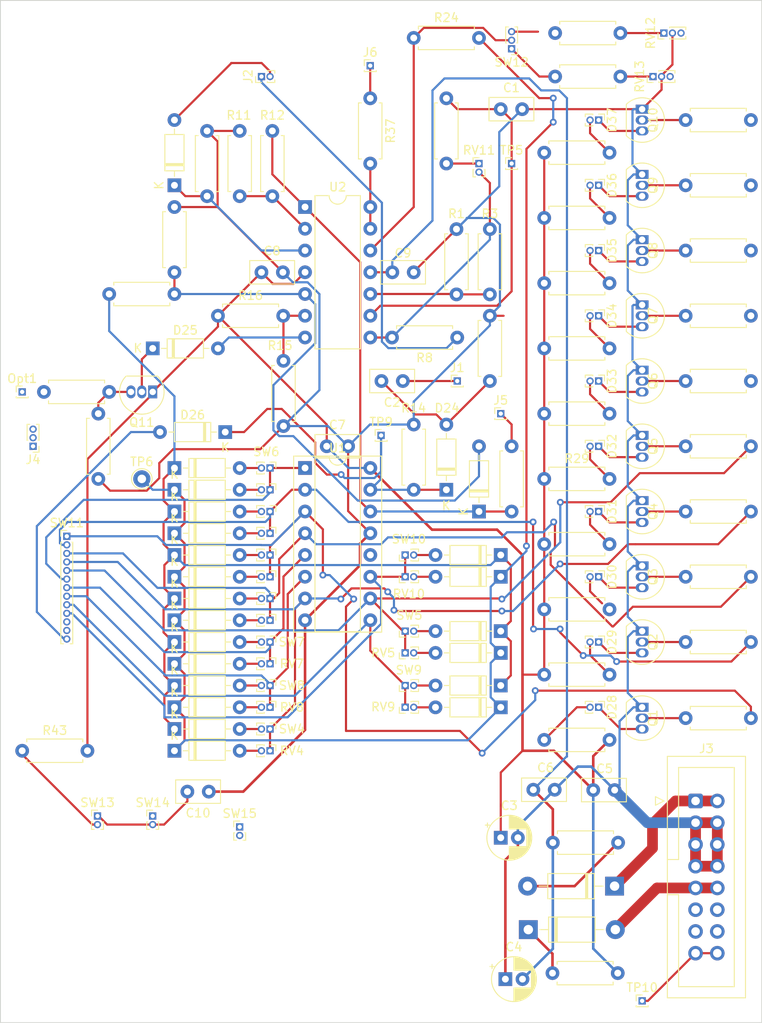
<source format=kicad_pcb>
(kicad_pcb (version 20211014) (generator pcbnew)

  (general
    (thickness 1.6)
  )

  (paper "A4")
  (title_block
    (title "Unseen Servant (Baby 10 Seq)")
  )

  (layers
    (0 "F.Cu" signal)
    (31 "B.Cu" signal)
    (32 "B.Adhes" user "B.Adhesive")
    (33 "F.Adhes" user "F.Adhesive")
    (34 "B.Paste" user)
    (35 "F.Paste" user)
    (36 "B.SilkS" user "B.Silkscreen")
    (37 "F.SilkS" user "F.Silkscreen")
    (38 "B.Mask" user)
    (39 "F.Mask" user)
    (40 "Dwgs.User" user "User.Drawings")
    (41 "Cmts.User" user "User.Comments")
    (42 "Eco1.User" user "User.Eco1")
    (43 "Eco2.User" user "User.Eco2")
    (44 "Edge.Cuts" user)
    (45 "Margin" user)
    (46 "B.CrtYd" user "B.Courtyard")
    (47 "F.CrtYd" user "F.Courtyard")
    (48 "B.Fab" user)
    (49 "F.Fab" user)
    (50 "User.1" user)
    (51 "User.2" user)
    (52 "User.3" user)
    (53 "User.4" user)
    (54 "User.5" user)
    (55 "User.6" user)
    (56 "User.7" user)
    (57 "User.8" user)
    (58 "User.9" user)
  )

  (setup
    (stackup
      (layer "F.SilkS" (type "Top Silk Screen"))
      (layer "F.Paste" (type "Top Solder Paste"))
      (layer "F.Mask" (type "Top Solder Mask") (thickness 0.01))
      (layer "F.Cu" (type "copper") (thickness 0.035))
      (layer "dielectric 1" (type "core") (thickness 1.51) (material "FR4") (epsilon_r 4.5) (loss_tangent 0.02))
      (layer "B.Cu" (type "copper") (thickness 0.035))
      (layer "B.Mask" (type "Bottom Solder Mask") (thickness 0.01))
      (layer "B.Paste" (type "Bottom Solder Paste"))
      (layer "B.SilkS" (type "Bottom Silk Screen"))
      (copper_finish "None")
      (dielectric_constraints no)
    )
    (pad_to_mask_clearance 0)
    (pcbplotparams
      (layerselection 0x00010fc_ffffffff)
      (disableapertmacros false)
      (usegerberextensions false)
      (usegerberattributes true)
      (usegerberadvancedattributes true)
      (creategerberjobfile true)
      (svguseinch false)
      (svgprecision 6)
      (excludeedgelayer true)
      (plotframeref false)
      (viasonmask false)
      (mode 1)
      (useauxorigin false)
      (hpglpennumber 1)
      (hpglpenspeed 20)
      (hpglpendiameter 15.000000)
      (dxfpolygonmode true)
      (dxfimperialunits true)
      (dxfusepcbnewfont true)
      (psnegative false)
      (psa4output false)
      (plotreference true)
      (plotvalue true)
      (plotinvisibletext false)
      (sketchpadsonfab false)
      (subtractmaskfromsilk false)
      (outputformat 1)
      (mirror false)
      (drillshape 0)
      (scaleselection 1)
      (outputdirectory "./")
    )
  )

  (net 0 "")
  (net 1 "Net-(C1-Pad1)")
  (net 2 "GND")
  (net 3 "Net-(C2-Pad1)")
  (net 4 "Net-(C2-Pad2)")
  (net 5 "+12V")
  (net 6 "-12V")
  (net 7 "Net-(D1-Pad1)")
  (net 8 "Net-(D1-Pad2)")
  (net 9 "Net-(D2-Pad2)")
  (net 10 "Net-(D3-Pad2)")
  (net 11 "Net-(D4-Pad2)")
  (net 12 "Net-(D5-Pad2)")
  (net 13 "Net-(D6-Pad2)")
  (net 14 "Net-(D7-Pad2)")
  (net 15 "Net-(D8-Pad2)")
  (net 16 "Net-(D9-Pad2)")
  (net 17 "Net-(D10-Pad2)")
  (net 18 "Net-(D13-Pad2)")
  (net 19 "Net-(D16-Pad2)")
  (net 20 "Net-(D17-Pad2)")
  (net 21 "Net-(D18-Pad2)")
  (net 22 "Net-(D19-Pad2)")
  (net 23 "Net-(D20-Pad2)")
  (net 24 "Net-(D21-Pad1)")
  (net 25 "Net-(D21-Pad2)")
  (net 26 "Net-(D22-Pad1)")
  (net 27 "Net-(D22-Pad2)")
  (net 28 "Net-(D11-Pad1)")
  (net 29 "Net-(D23-Pad2)")
  (net 30 "Net-(D25-Pad1)")
  (net 31 "Net-(D11-Pad2)")
  (net 32 "Net-(D26-Pad2)")
  (net 33 "Net-(D12-Pad2)")
  (net 34 "Net-(D28-Pad2)")
  (net 35 "Net-(D29-Pad2)")
  (net 36 "Net-(D30-Pad2)")
  (net 37 "Net-(D31-Pad2)")
  (net 38 "Net-(D32-Pad2)")
  (net 39 "Net-(D33-Pad2)")
  (net 40 "Net-(D34-Pad2)")
  (net 41 "Net-(D35-Pad2)")
  (net 42 "Net-(D36-Pad2)")
  (net 43 "Net-(D37-Pad2)")
  (net 44 "unconnected-(J3-Pad11)")
  (net 45 "unconnected-(J3-Pad12)")
  (net 46 "unconnected-(J3-Pad13)")
  (net 47 "unconnected-(J3-Pad14)")
  (net 48 "Net-(D14-Pad2)")
  (net 49 "Net-(D15-Pad2)")
  (net 50 "Net-(J4-PadTN)")
  (net 51 "Net-(Q1-Pad2)")
  (net 52 "Net-(Q2-Pad2)")
  (net 53 "Net-(Q3-Pad2)")
  (net 54 "Net-(Q4-Pad2)")
  (net 55 "Net-(Q5-Pad2)")
  (net 56 "Net-(Q6-Pad2)")
  (net 57 "Net-(Q7-Pad2)")
  (net 58 "Net-(Q8-Pad2)")
  (net 59 "Net-(Q9-Pad2)")
  (net 60 "Net-(Q10-Pad2)")
  (net 61 "Net-(Q11-Pad3)")
  (net 62 "Net-(D23-Pad1)")
  (net 63 "Net-(R2-Pad1)")
  (net 64 "Net-(D24-Pad1)")
  (net 65 "Net-(J4-PadT)")
  (net 66 "Net-(J2-PadTN)")
  (net 67 "Net-(D25-Pad2)")
  (net 68 "Net-(D27-Pad1)")
  (net 69 "Net-(D27-Pad2)")
  (net 70 "Net-(R30-Pad1)")
  (net 71 "Net-(R30-Pad2)")
  (net 72 "Net-(R31-Pad1)")
  (net 73 "Net-(R31-Pad2)")
  (net 74 "unconnected-(RV12-Pad3)")
  (net 75 "unconnected-(RV13-Pad3)")
  (net 76 "unconnected-(SW11-Pad11)")
  (net 77 "unconnected-(SW11-Pad12)")
  (net 78 "unconnected-(U1-Pad12)")
  (net 79 "Net-(D28-Pad1)")
  (net 80 "Net-(D29-Pad1)")
  (net 81 "Net-(D30-Pad1)")
  (net 82 "Net-(D31-Pad1)")
  (net 83 "Net-(D32-Pad1)")
  (net 84 "Net-(D33-Pad1)")
  (net 85 "Net-(R19-Pad2)")
  (net 86 "Net-(R20-Pad2)")
  (net 87 "Net-(R21-Pad2)")
  (net 88 "Net-(R22-Pad2)")
  (net 89 "Net-(R23-Pad2)")
  (net 90 "Net-(R36-Pad2)")
  (net 91 "Net-(D34-Pad1)")
  (net 92 "Net-(D35-Pad1)")
  (net 93 "Net-(D36-Pad1)")
  (net 94 "Net-(D37-Pad1)")
  (net 95 "Net-(J3-Pad15)")
  (net 96 "Net-(R1-Pad2)")
  (net 97 "Net-(R3-Pad1)")
  (net 98 "Net-(R11-Pad2)")
  (net 99 "Net-(R15-Pad2)")
  (net 100 "Net-(R24-Pad1)")
  (net 101 "Net-(R32-Pad2)")
  (net 102 "Net-(R33-Pad2)")
  (net 103 "Net-(R34-Pad2)")
  (net 104 "Net-(R35-Pad2)")
  (net 105 "Net-(R37-Pad2)")
  (net 106 "Net-(U1-Pad14)")
  (net 107 "Net-(R43-Pad1)")
  (net 108 "Net-(U1-Pad15)")
  (net 109 "Net-(R37-Pad1)")
  (net 110 "Net-(R13-Pad1)")

  (footprint "Capacitor_THT:C_Disc_D5.0mm_W2.5mm_P2.50mm" (layer "F.Cu") (at 100.970728 113.812851))

  (footprint "Resistor_THT:R_Axial_DIN0207_L6.3mm_D2.5mm_P7.62mm_Horizontal" (layer "F.Cu") (at 95.25 46.99))

  (footprint "Connector_PinHeader_1.00mm:PinHeader_1x02_P1.00mm_Vertical" (layer "F.Cu") (at 101.6 96.52 -90))

  (footprint "Resistor_THT:R_Axial_DIN0207_L6.3mm_D2.5mm_P7.62mm_Horizontal" (layer "F.Cu") (at 43.18 77.47 90))

  (footprint "TestPoint:TestPoint_THTPad_D2.0mm_Drill1.0mm" (layer "F.Cu") (at 48.26 77.47))

  (footprint "Connector_PinHeader_1.00mm:PinHeader_1x02_P1.00mm_Vertical" (layer "F.Cu") (at 101.6 35.56 -90))

  (footprint "Connector_PinHeader_1.00mm:PinHeader_1x02_P1.00mm_Vertical" (layer "F.Cu") (at 63.23 81.28 -90))

  (footprint "Connector_PinHeader_1.00mm:PinHeader_1x02_P1.00mm_Vertical" (layer "F.Cu") (at 79.01 97.79 90))

  (footprint "Resistor_THT:R_Axial_DIN0207_L6.3mm_D2.5mm_P7.62mm_Horizontal" (layer "F.Cu") (at 95.25 77.47))

  (footprint "Diode_THT:D_DO-35_SOD27_P7.62mm_Horizontal" (layer "F.Cu") (at 87.63 81.28 90))

  (footprint "Package_TO_SOT_THT:TO-92_Inline" (layer "F.Cu") (at 106.68 95.25 -90))

  (footprint "Diode_THT:D_DO-35_SOD27_P7.62mm_Horizontal" (layer "F.Cu") (at 52.07 101.6))

  (footprint "Diode_THT:D_DO-35_SOD27_P7.62mm_Horizontal" (layer "F.Cu") (at 52.07 109.22))

  (footprint "Capacitor_THT:C_Disc_D5.0mm_W2.5mm_P2.50mm" (layer "F.Cu") (at 56.080743 113.992522 180))

  (footprint "Connector_PinHeader_1.00mm:PinHeader_1x02_P1.00mm_Vertical" (layer "F.Cu") (at 63.23 99.06 -90))

  (footprint "Connector_PinHeader_1.00mm:PinHeader_1x02_P1.00mm_Vertical" (layer "F.Cu") (at 79.01 86.36 90))

  (footprint "Diode_THT:D_DO-35_SOD27_P7.62mm_Horizontal" (layer "F.Cu") (at 52.07 91.44))

  (footprint "Connector_IDC:IDC-Header_2x08_P2.54mm_Vertical" (layer "F.Cu") (at 112.918228 115.082851))

  (footprint "Resistor_THT:R_Axial_DIN0207_L6.3mm_D2.5mm_P7.62mm_Horizontal" (layer "F.Cu") (at 95.25 92.71))

  (footprint "Capacitor_THT:C_Disc_D5.0mm_W2.5mm_P2.50mm" (layer "F.Cu") (at 78.74 66.04 180))

  (footprint "Connector_PinHeader_1.00mm:PinHeader_1x02_P1.00mm_Vertical" (layer "F.Cu") (at 63.23 83.82 -90))

  (footprint "Connector_PinHeader_1.00mm:PinHeader_1x02_P1.00mm_Vertical" (layer "F.Cu") (at 63.23 88.9 -90))

  (footprint "Package_TO_SOT_THT:TO-92_Inline" (layer "F.Cu") (at 106.68 80.01 -90))

  (footprint "Diode_THT:D_DO-35_SOD27_P7.62mm_Horizontal" (layer "F.Cu") (at 49.53 62.23))

  (footprint "Connector_PinHeader_1.00mm:PinHeader_1x02_P1.00mm_Vertical" (layer "F.Cu") (at 101.6 104.14 -90))

  (footprint "Package_TO_SOT_THT:TO-92_Inline" (layer "F.Cu") (at 106.68 41.91 -90))

  (footprint "Diode_THT:D_DO-35_SOD27_P7.62mm_Horizontal" (layer "F.Cu") (at 52.07 99.06))

  (footprint "Connector_PinHeader_1.00mm:PinHeader_1x02_P1.00mm_Vertical" (layer "F.Cu") (at 87.63 40.64))

  (footprint "Connector_PinHeader_1.00mm:PinHeader_1x02_P1.00mm_Vertical" (layer "F.Cu") (at 101.6 43.18 -90))

  (footprint "Connector_PinHeader_1.00mm:PinHeader_1x02_P1.00mm_Vertical" (layer "F.Cu") (at 63.23 93.98 -90))

  (footprint "Resistor_THT:R_Axial_DIN0207_L6.3mm_D2.5mm_P7.62mm_Horizontal" (layer "F.Cu") (at 102.87 107.95 180))

  (footprint "Resistor_THT:R_Axial_DIN0207_L6.3mm_D2.5mm_P7.62mm_Horizontal" (layer "F.Cu") (at 111.76 81.28))

  (footprint "Connector_PinHeader_1.00mm:PinHeader_1x02_P1.00mm_Vertical" (layer "F.Cu") (at 63.23 109.22 -90))

  (footprint "Resistor_THT:R_Axial_DIN0207_L6.3mm_D2.5mm_P7.62mm_Horizontal" (layer "F.Cu") (at 111.76 105.41))

  (footprint "Resistor_THT:R_Axial_DIN0207_L6.3mm_D2.5mm_P7.62mm_Horizontal" (layer "F.Cu") (at 59.69 36.83 -90))

  (footprint "Diode_THT:D_DO-35_SOD27_P7.62mm_Horizontal" (layer "F.Cu") (at 52.07 78.74))

  (footprint "Resistor_THT:R_Axial_DIN0207_L6.3mm_D2.5mm_P7.62mm_Horizontal" (layer "F.Cu") (at 36.83 67.31))

  (footprint "Connector_PinHeader_1.00mm:PinHeader_1x01_P1.00mm_Vertical" (layer "F.Cu") (at 90.17 69.85))

  (footprint "Connector_PinHeader_1.00mm:PinHeader_1x02_P1.00mm_Vertical" (layer "F.Cu") (at 63.23 78.74 -90))

  (footprint "Connector_PinHeader_1.00mm:PinHeader_1x03_P1.00mm_Vertical" (layer "F.Cu") (at 107.95 30.48 90))

  (footprint "Connector_PinHeader_1.00mm:PinHeader_1x02_P1.00mm_Vertical" (layer "F.Cu") (at 101.6 50.8 -90))

  (footprint "Diode_THT:D_DO-35_SOD27_P7.62mm_Horizontal" (layer "F.Cu") (at 52.07 106.68))

  (footprint "Capacitor_THT:C_Disc_D5.0mm_W2.5mm_P2.50mm" (layer "F.Cu") (at 90.17 34.29))

  (footprint "Connector_PinHeader_1.00mm:PinHeader_1x01_P1.00mm_Vertical" (layer "F.Cu") (at 85.09 66.04))

  (footprint "Capacitor_THT:CP_Radial_D5.0mm_P2.00mm" (layer "F.Cu") (at 90.71 135.89))

  (footprint "Connector_PinHeader_1.00mm:PinHeader_1x01_P1.00mm_Vertical" (layer "F.Cu") (at 74.93 29.21))

  (footprint "Connector_PinHeader_1.00mm:PinHeader_1x02_P1.00mm_Vertical" (layer "F.Cu")
    (tedit 59FED738) (tstamp 5bcec0c3-9d13-42a4-acc2-acfd2c2efc4b)
    (at 79.01 101.6 90)
    (descr "Through hole straight pin header, 1x02, 1.00mm pitch, single row")
    (tags "Through hole pin header THT 1x02 1.00mm single row")
    (property "Sheetfile" "Unseen Servant.kicad_sch")
    (property "Sheetname" "")
    (path "/ab88720e-19c2-42ce-bc5f-313970ca6107")
    (attr through_hole)
    (fp_text reference "SW9" (at 1.8 0.431648 180) (layer "F.SilkS")
      (effects (font (size 1 1) (thickness 0.15)))
      (tstamp 6d234e17-92d9-4260-8b5e-0002e5ca4e01)
    )
    (fp_text value "SW_SPDT" (at 0 2.56 90) (layer "F.Fab") hide
      (effects (font (size 1 1) (thickness 0.15)))
      (tstamp 6745b7dc-717d-4eef-ba8d-adc78c83492c)
    )
    (fp_text user "${REFERENCE}" (at 0 0.5) (layer "F.Fab")
      (effects (font (size 0.76 0.76) (thickness 0.114)))
      (tstamp 26345ca5-8471-4a03-a4a9-684534da088c)
    )
    (fp_line (start -0.695 1.56) (end -0.394493 1.56) (layer "F.SilkS") (width 0.12) (tstamp 29836199-dd3f-47a5-9f62-ce65909eab4f))
    (fp_line (start -0.695 0.685) (end -0.608276 0.685) (layer "F.SilkS") (width 0.12) (tstamp 4525ff8e-ffe2-4bb9-9219-ed754840c86b))
    (fp_line (start -0.695 0.685) (end -0.695 1.56) (layer "F.SilkS") (width 0.12) (tstamp 77ecff18-e819-44f1-860a-64b924d79ca5))
    (fp_line (start -0.695 0) (end -0.695 -0.685) (layer "F.SilkS") (width 0.12) (tstamp 86fcefa7-778b-418b-93fb-e9c60db90a5d))
    (fp_line (start 0.608276 0.685) (end 0.695 0.685) (layer "F.SilkS") (width 0.12) (tstamp ab2d6876-562c-4f2c-ba56-b61cecf0127e))
    (fp_line (start 0.394493 1.56) (end 0.695 1.56) (layer "F.SilkS") (width 0.12) (tstamp b887cb79-21f7-4a8c-a273-5d3eca12ea6b))
    (fp_line (start -0.695 -0.685) (end 0 -0.685) (layer "F.SilkS") (width 0.12) (tstamp cde6520d-e29d-4415-a1ca-558042895344))
    (fp_line (start 0.695 0.685) (end 0.695 1.56) (layer "F.SilkS") (width 0.12) (tstamp e79ac517-b629-47c7-a8a7-4c042149813d))
    (fp_line (start -1.15 2) (end 1.15 2) (layer "F.CrtYd") (width 0.05) (tstamp 989bb829-5088-4fe5-865e-94e7281b58e6))
    (fp_line (start 1.15 -1) (end -1.15 -1) (layer "F.CrtYd") (width 0.05) (tstamp 99d7ec99-2244-496a-b2ff-d9b0718fcea0))
    (fp_line (start -1.15 -1) (end -1.15 2) (layer "F.CrtYd") (width 0.05) (tstamp 9e88a642-5af6-47bd-a2e1-2f47fc51ccd8))
    (fp_line (start 1.15 2) (end 1.15 -1) (layer "F.CrtYd") (width 0.05) (tstamp c2f02b9a-8b0a-45ad-b833-ae40d83c0d9d))
    (fp_line (start -0.635 1.5) (end -0.635 -0.1825) (layer "F.Fab") (width 0.1) (tstamp 5a31b8a4-b848-4b0d-8d28-8ab8dad50d19))
    (fp_line (start -0.635 -0.1825) (end -0.3175 -0.5) (layer "F.Fab") (width 0.1) (tstamp 848285c2-a00e-4203-bd00-abd0658f9ffd))
    (fp_line (start 0.635 1.5) (end -0.635 1.5) (layer "F.Fab") (width 0.1) (tstamp 86ec9df0-b607-4ff7-ba5a-dd914b5e53b6))
    (fp_line (start -0.3175 -0.5) (end 0.635 -0.5) (layer "F.Fab") (width 0.1) (tstamp a1ce6360-5ac9-4407-ac78-05944ebd0225))
    (fp_line (start 0.635 -0.5) (end 0.635 1.5) (layer "F.Fab") (width 0.1) (tstamp f20fdac0-8e8e-4548-a43a-79be4123ae01))
    (pad "1" thru_hole rect (at 0 0 9
... [470538 chars truncated]
</source>
